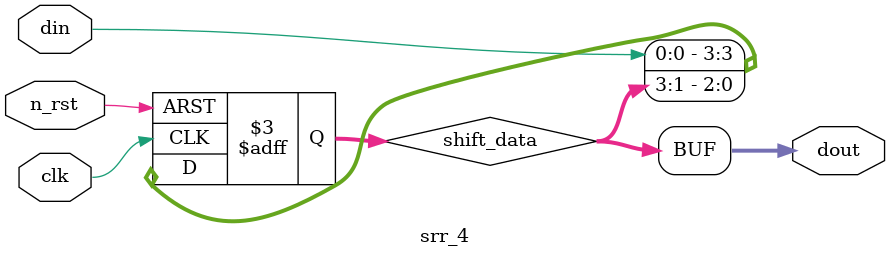
<source format=v>
`timescale 1ps/1ps

module srr_4 (
	input clk,
	input n_rst,
	input din,
	output [3:0] dout
);

reg [3:0] shift_data;

always @ (posedge clk or negedge n_rst) 
	if (!n_rst) begin
		shift_data[3] <= 1'b0;
		shift_data[2] <= 1'b0;
		shift_data[1] <= 1'b0;
		shift_data[0] <= 1'b0;
	end
	else begin
		shift_data[3] <= din;
		shift_data[2] <= shift_data[3];
		shift_data[1] <= shift_data[2];
		shift_data[0] <= shift_data[1];
	end

assign dout = shift_data;

endmodule

</source>
